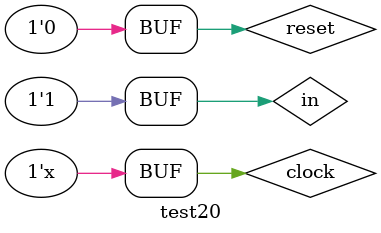
<source format=v>
module test20; 

reg clock, reset, in;
wire out;

  my_fsm U0 ( 
  .clock (clock),
  .reset (reset),
  .in    (in),
  .out  (out) 
  ); 
   
 
initial begin
  clock = 1;
  reset = 1;
  in = 0;
  $display("Starting simulation...");
  #2;
  reset = 0;
  #2;
  if (out !== 1'b0) $display("Failed 1"); 
  
  in = 1;
  #2;
  if (out !== 1'b0) $display("Failed 2");
  
  in = 1;  
  #2;
  if(out !== 1'b0) $display("Failed 3");
  
  in = 1;
  #2;
  if (out !== 1'b1) $display("Failed 4"); 
  
  in = 1;
  #2;
  if (out !== 1'b0) $display("Failed 5"); 
  
  in = 1;
  #2;
  if (out !== 1'b1) $display("Failed 6"); 
  
  in = 1;
  #2;
  if (out !== 1'b0) $display("Failed 7");  
  
  #2;
  if (out !== 1'b1) $display("Failed 8");  
  $display("Done...");
end 
  

always begin
   #1 clock = !clock;
end
   
endmodule
</source>
